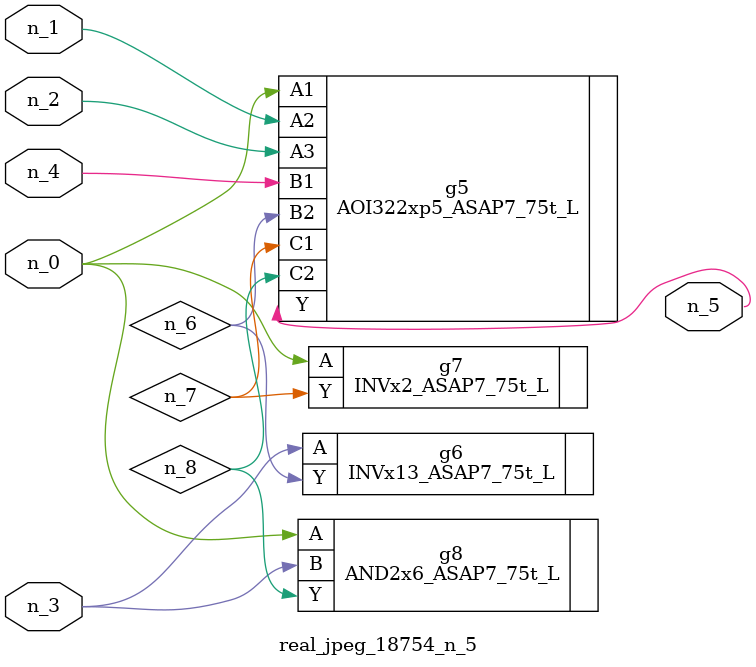
<source format=v>
module real_jpeg_18754_n_5 (n_4, n_0, n_1, n_2, n_3, n_5);

input n_4;
input n_0;
input n_1;
input n_2;
input n_3;

output n_5;

wire n_8;
wire n_6;
wire n_7;

AOI322xp5_ASAP7_75t_L g5 ( 
.A1(n_0),
.A2(n_1),
.A3(n_2),
.B1(n_4),
.B2(n_6),
.C1(n_7),
.C2(n_8),
.Y(n_5)
);

INVx2_ASAP7_75t_L g7 ( 
.A(n_0),
.Y(n_7)
);

AND2x6_ASAP7_75t_L g8 ( 
.A(n_0),
.B(n_3),
.Y(n_8)
);

INVx13_ASAP7_75t_L g6 ( 
.A(n_3),
.Y(n_6)
);


endmodule
</source>
